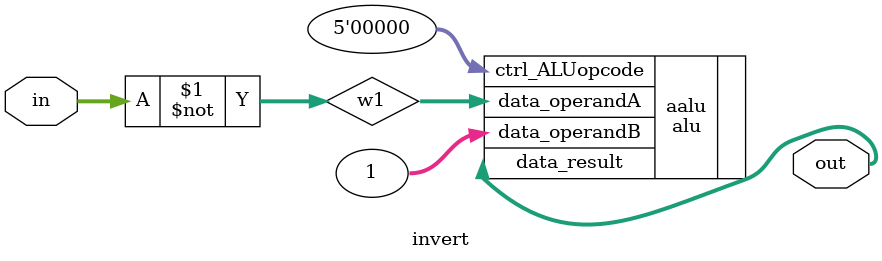
<source format=v>
module invert(out, in);
    input [31:0] in;
    output [31:0] out;

    wire [31:0] w1;

    assign w1 = ~in;
    alu aalu(.data_operandA(w1), .data_operandB(32'b1), .ctrl_ALUopcode(5'b0), .data_result(out));
endmodule
</source>
